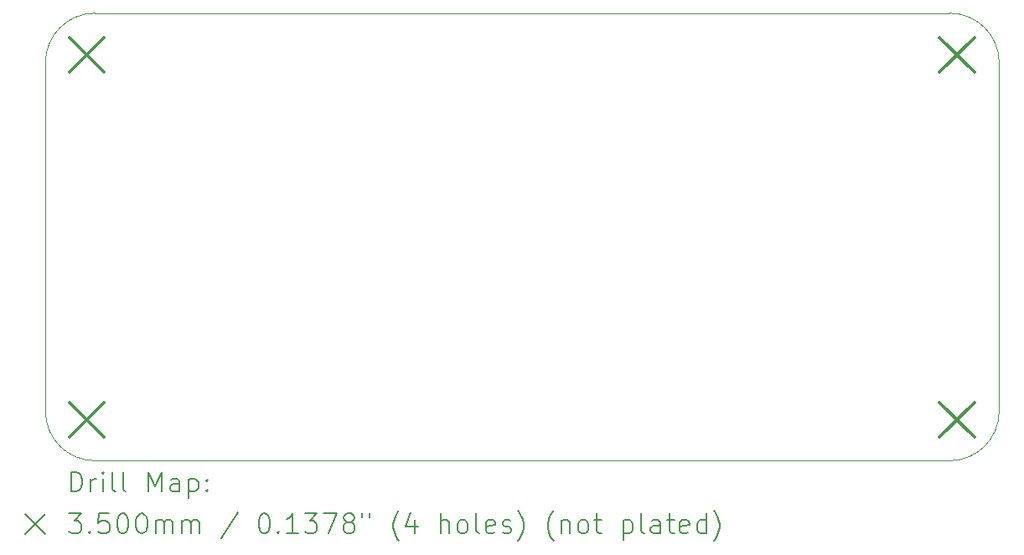
<source format=gbr>
%TF.GenerationSoftware,KiCad,Pcbnew,8.0.4*%
%TF.CreationDate,2024-08-08T16:53:42-05:00*%
%TF.ProjectId,GP2040-RE,47503230-3430-42d5-9245-2e6b69636164,rev?*%
%TF.SameCoordinates,Original*%
%TF.FileFunction,Drillmap*%
%TF.FilePolarity,Positive*%
%FSLAX45Y45*%
G04 Gerber Fmt 4.5, Leading zero omitted, Abs format (unit mm)*
G04 Created by KiCad (PCBNEW 8.0.4) date 2024-08-08 16:53:42*
%MOMM*%
%LPD*%
G01*
G04 APERTURE LIST*
%ADD10C,0.050000*%
%ADD11C,0.200000*%
%ADD12C,0.350000*%
G04 APERTURE END LIST*
D10*
X24379300Y-5080000D02*
G75*
G02*
X24879300Y-5580000I0J-500000D01*
G01*
X24879300Y-9106280D02*
G75*
G02*
X24379300Y-9606280I-500000J0D01*
G01*
X15242540Y-5580000D02*
G75*
G02*
X15742540Y-5080000I500000J0D01*
G01*
X15742540Y-9606280D02*
G75*
G02*
X15242540Y-9106280I0J500000D01*
G01*
X15742540Y-5080000D02*
X24379300Y-5080000D01*
X24379300Y-9606280D02*
X15742540Y-9606280D01*
X24879300Y-5580000D02*
X24879300Y-9106280D01*
X15242540Y-9106280D02*
X15242540Y-5580000D01*
D11*
D12*
X15482600Y-5324260D02*
X15832600Y-5674260D01*
X15832600Y-5324260D02*
X15482600Y-5674260D01*
X15482600Y-9019060D02*
X15832600Y-9369060D01*
X15832600Y-9019060D02*
X15482600Y-9369060D01*
X24278800Y-5324260D02*
X24628800Y-5674260D01*
X24628800Y-5324260D02*
X24278800Y-5674260D01*
X24278800Y-9019060D02*
X24628800Y-9369060D01*
X24628800Y-9019060D02*
X24278800Y-9369060D01*
D11*
X15500817Y-9920264D02*
X15500817Y-9720264D01*
X15500817Y-9720264D02*
X15548436Y-9720264D01*
X15548436Y-9720264D02*
X15577007Y-9729788D01*
X15577007Y-9729788D02*
X15596055Y-9748835D01*
X15596055Y-9748835D02*
X15605579Y-9767883D01*
X15605579Y-9767883D02*
X15615102Y-9805978D01*
X15615102Y-9805978D02*
X15615102Y-9834550D01*
X15615102Y-9834550D02*
X15605579Y-9872645D01*
X15605579Y-9872645D02*
X15596055Y-9891692D01*
X15596055Y-9891692D02*
X15577007Y-9910740D01*
X15577007Y-9910740D02*
X15548436Y-9920264D01*
X15548436Y-9920264D02*
X15500817Y-9920264D01*
X15700817Y-9920264D02*
X15700817Y-9786930D01*
X15700817Y-9825026D02*
X15710341Y-9805978D01*
X15710341Y-9805978D02*
X15719864Y-9796454D01*
X15719864Y-9796454D02*
X15738912Y-9786930D01*
X15738912Y-9786930D02*
X15757960Y-9786930D01*
X15824626Y-9920264D02*
X15824626Y-9786930D01*
X15824626Y-9720264D02*
X15815102Y-9729788D01*
X15815102Y-9729788D02*
X15824626Y-9739311D01*
X15824626Y-9739311D02*
X15834150Y-9729788D01*
X15834150Y-9729788D02*
X15824626Y-9720264D01*
X15824626Y-9720264D02*
X15824626Y-9739311D01*
X15948436Y-9920264D02*
X15929388Y-9910740D01*
X15929388Y-9910740D02*
X15919864Y-9891692D01*
X15919864Y-9891692D02*
X15919864Y-9720264D01*
X16053198Y-9920264D02*
X16034150Y-9910740D01*
X16034150Y-9910740D02*
X16024626Y-9891692D01*
X16024626Y-9891692D02*
X16024626Y-9720264D01*
X16281769Y-9920264D02*
X16281769Y-9720264D01*
X16281769Y-9720264D02*
X16348436Y-9863121D01*
X16348436Y-9863121D02*
X16415102Y-9720264D01*
X16415102Y-9720264D02*
X16415102Y-9920264D01*
X16596055Y-9920264D02*
X16596055Y-9815502D01*
X16596055Y-9815502D02*
X16586531Y-9796454D01*
X16586531Y-9796454D02*
X16567483Y-9786930D01*
X16567483Y-9786930D02*
X16529388Y-9786930D01*
X16529388Y-9786930D02*
X16510341Y-9796454D01*
X16596055Y-9910740D02*
X16577007Y-9920264D01*
X16577007Y-9920264D02*
X16529388Y-9920264D01*
X16529388Y-9920264D02*
X16510341Y-9910740D01*
X16510341Y-9910740D02*
X16500817Y-9891692D01*
X16500817Y-9891692D02*
X16500817Y-9872645D01*
X16500817Y-9872645D02*
X16510341Y-9853597D01*
X16510341Y-9853597D02*
X16529388Y-9844073D01*
X16529388Y-9844073D02*
X16577007Y-9844073D01*
X16577007Y-9844073D02*
X16596055Y-9834550D01*
X16691293Y-9786930D02*
X16691293Y-9986930D01*
X16691293Y-9796454D02*
X16710341Y-9786930D01*
X16710341Y-9786930D02*
X16748436Y-9786930D01*
X16748436Y-9786930D02*
X16767483Y-9796454D01*
X16767483Y-9796454D02*
X16777007Y-9805978D01*
X16777007Y-9805978D02*
X16786531Y-9825026D01*
X16786531Y-9825026D02*
X16786531Y-9882169D01*
X16786531Y-9882169D02*
X16777007Y-9901216D01*
X16777007Y-9901216D02*
X16767483Y-9910740D01*
X16767483Y-9910740D02*
X16748436Y-9920264D01*
X16748436Y-9920264D02*
X16710341Y-9920264D01*
X16710341Y-9920264D02*
X16691293Y-9910740D01*
X16872245Y-9901216D02*
X16881769Y-9910740D01*
X16881769Y-9910740D02*
X16872245Y-9920264D01*
X16872245Y-9920264D02*
X16862722Y-9910740D01*
X16862722Y-9910740D02*
X16872245Y-9901216D01*
X16872245Y-9901216D02*
X16872245Y-9920264D01*
X16872245Y-9796454D02*
X16881769Y-9805978D01*
X16881769Y-9805978D02*
X16872245Y-9815502D01*
X16872245Y-9815502D02*
X16862722Y-9805978D01*
X16862722Y-9805978D02*
X16872245Y-9796454D01*
X16872245Y-9796454D02*
X16872245Y-9815502D01*
X15040040Y-10148780D02*
X15240040Y-10348780D01*
X15240040Y-10148780D02*
X15040040Y-10348780D01*
X15481769Y-10140264D02*
X15605579Y-10140264D01*
X15605579Y-10140264D02*
X15538912Y-10216454D01*
X15538912Y-10216454D02*
X15567483Y-10216454D01*
X15567483Y-10216454D02*
X15586531Y-10225978D01*
X15586531Y-10225978D02*
X15596055Y-10235502D01*
X15596055Y-10235502D02*
X15605579Y-10254550D01*
X15605579Y-10254550D02*
X15605579Y-10302169D01*
X15605579Y-10302169D02*
X15596055Y-10321216D01*
X15596055Y-10321216D02*
X15586531Y-10330740D01*
X15586531Y-10330740D02*
X15567483Y-10340264D01*
X15567483Y-10340264D02*
X15510341Y-10340264D01*
X15510341Y-10340264D02*
X15491293Y-10330740D01*
X15491293Y-10330740D02*
X15481769Y-10321216D01*
X15691293Y-10321216D02*
X15700817Y-10330740D01*
X15700817Y-10330740D02*
X15691293Y-10340264D01*
X15691293Y-10340264D02*
X15681769Y-10330740D01*
X15681769Y-10330740D02*
X15691293Y-10321216D01*
X15691293Y-10321216D02*
X15691293Y-10340264D01*
X15881769Y-10140264D02*
X15786531Y-10140264D01*
X15786531Y-10140264D02*
X15777007Y-10235502D01*
X15777007Y-10235502D02*
X15786531Y-10225978D01*
X15786531Y-10225978D02*
X15805579Y-10216454D01*
X15805579Y-10216454D02*
X15853198Y-10216454D01*
X15853198Y-10216454D02*
X15872245Y-10225978D01*
X15872245Y-10225978D02*
X15881769Y-10235502D01*
X15881769Y-10235502D02*
X15891293Y-10254550D01*
X15891293Y-10254550D02*
X15891293Y-10302169D01*
X15891293Y-10302169D02*
X15881769Y-10321216D01*
X15881769Y-10321216D02*
X15872245Y-10330740D01*
X15872245Y-10330740D02*
X15853198Y-10340264D01*
X15853198Y-10340264D02*
X15805579Y-10340264D01*
X15805579Y-10340264D02*
X15786531Y-10330740D01*
X15786531Y-10330740D02*
X15777007Y-10321216D01*
X16015102Y-10140264D02*
X16034150Y-10140264D01*
X16034150Y-10140264D02*
X16053198Y-10149788D01*
X16053198Y-10149788D02*
X16062722Y-10159311D01*
X16062722Y-10159311D02*
X16072245Y-10178359D01*
X16072245Y-10178359D02*
X16081769Y-10216454D01*
X16081769Y-10216454D02*
X16081769Y-10264073D01*
X16081769Y-10264073D02*
X16072245Y-10302169D01*
X16072245Y-10302169D02*
X16062722Y-10321216D01*
X16062722Y-10321216D02*
X16053198Y-10330740D01*
X16053198Y-10330740D02*
X16034150Y-10340264D01*
X16034150Y-10340264D02*
X16015102Y-10340264D01*
X16015102Y-10340264D02*
X15996055Y-10330740D01*
X15996055Y-10330740D02*
X15986531Y-10321216D01*
X15986531Y-10321216D02*
X15977007Y-10302169D01*
X15977007Y-10302169D02*
X15967483Y-10264073D01*
X15967483Y-10264073D02*
X15967483Y-10216454D01*
X15967483Y-10216454D02*
X15977007Y-10178359D01*
X15977007Y-10178359D02*
X15986531Y-10159311D01*
X15986531Y-10159311D02*
X15996055Y-10149788D01*
X15996055Y-10149788D02*
X16015102Y-10140264D01*
X16205579Y-10140264D02*
X16224626Y-10140264D01*
X16224626Y-10140264D02*
X16243674Y-10149788D01*
X16243674Y-10149788D02*
X16253198Y-10159311D01*
X16253198Y-10159311D02*
X16262722Y-10178359D01*
X16262722Y-10178359D02*
X16272245Y-10216454D01*
X16272245Y-10216454D02*
X16272245Y-10264073D01*
X16272245Y-10264073D02*
X16262722Y-10302169D01*
X16262722Y-10302169D02*
X16253198Y-10321216D01*
X16253198Y-10321216D02*
X16243674Y-10330740D01*
X16243674Y-10330740D02*
X16224626Y-10340264D01*
X16224626Y-10340264D02*
X16205579Y-10340264D01*
X16205579Y-10340264D02*
X16186531Y-10330740D01*
X16186531Y-10330740D02*
X16177007Y-10321216D01*
X16177007Y-10321216D02*
X16167483Y-10302169D01*
X16167483Y-10302169D02*
X16157960Y-10264073D01*
X16157960Y-10264073D02*
X16157960Y-10216454D01*
X16157960Y-10216454D02*
X16167483Y-10178359D01*
X16167483Y-10178359D02*
X16177007Y-10159311D01*
X16177007Y-10159311D02*
X16186531Y-10149788D01*
X16186531Y-10149788D02*
X16205579Y-10140264D01*
X16357960Y-10340264D02*
X16357960Y-10206930D01*
X16357960Y-10225978D02*
X16367483Y-10216454D01*
X16367483Y-10216454D02*
X16386531Y-10206930D01*
X16386531Y-10206930D02*
X16415103Y-10206930D01*
X16415103Y-10206930D02*
X16434150Y-10216454D01*
X16434150Y-10216454D02*
X16443674Y-10235502D01*
X16443674Y-10235502D02*
X16443674Y-10340264D01*
X16443674Y-10235502D02*
X16453198Y-10216454D01*
X16453198Y-10216454D02*
X16472245Y-10206930D01*
X16472245Y-10206930D02*
X16500817Y-10206930D01*
X16500817Y-10206930D02*
X16519864Y-10216454D01*
X16519864Y-10216454D02*
X16529388Y-10235502D01*
X16529388Y-10235502D02*
X16529388Y-10340264D01*
X16624626Y-10340264D02*
X16624626Y-10206930D01*
X16624626Y-10225978D02*
X16634150Y-10216454D01*
X16634150Y-10216454D02*
X16653198Y-10206930D01*
X16653198Y-10206930D02*
X16681769Y-10206930D01*
X16681769Y-10206930D02*
X16700817Y-10216454D01*
X16700817Y-10216454D02*
X16710341Y-10235502D01*
X16710341Y-10235502D02*
X16710341Y-10340264D01*
X16710341Y-10235502D02*
X16719864Y-10216454D01*
X16719864Y-10216454D02*
X16738912Y-10206930D01*
X16738912Y-10206930D02*
X16767483Y-10206930D01*
X16767483Y-10206930D02*
X16786531Y-10216454D01*
X16786531Y-10216454D02*
X16796055Y-10235502D01*
X16796055Y-10235502D02*
X16796055Y-10340264D01*
X17186531Y-10130740D02*
X17015103Y-10387883D01*
X17443674Y-10140264D02*
X17462722Y-10140264D01*
X17462722Y-10140264D02*
X17481769Y-10149788D01*
X17481769Y-10149788D02*
X17491293Y-10159311D01*
X17491293Y-10159311D02*
X17500817Y-10178359D01*
X17500817Y-10178359D02*
X17510341Y-10216454D01*
X17510341Y-10216454D02*
X17510341Y-10264073D01*
X17510341Y-10264073D02*
X17500817Y-10302169D01*
X17500817Y-10302169D02*
X17491293Y-10321216D01*
X17491293Y-10321216D02*
X17481769Y-10330740D01*
X17481769Y-10330740D02*
X17462722Y-10340264D01*
X17462722Y-10340264D02*
X17443674Y-10340264D01*
X17443674Y-10340264D02*
X17424627Y-10330740D01*
X17424627Y-10330740D02*
X17415103Y-10321216D01*
X17415103Y-10321216D02*
X17405579Y-10302169D01*
X17405579Y-10302169D02*
X17396055Y-10264073D01*
X17396055Y-10264073D02*
X17396055Y-10216454D01*
X17396055Y-10216454D02*
X17405579Y-10178359D01*
X17405579Y-10178359D02*
X17415103Y-10159311D01*
X17415103Y-10159311D02*
X17424627Y-10149788D01*
X17424627Y-10149788D02*
X17443674Y-10140264D01*
X17596055Y-10321216D02*
X17605579Y-10330740D01*
X17605579Y-10330740D02*
X17596055Y-10340264D01*
X17596055Y-10340264D02*
X17586531Y-10330740D01*
X17586531Y-10330740D02*
X17596055Y-10321216D01*
X17596055Y-10321216D02*
X17596055Y-10340264D01*
X17796055Y-10340264D02*
X17681769Y-10340264D01*
X17738912Y-10340264D02*
X17738912Y-10140264D01*
X17738912Y-10140264D02*
X17719865Y-10168835D01*
X17719865Y-10168835D02*
X17700817Y-10187883D01*
X17700817Y-10187883D02*
X17681769Y-10197407D01*
X17862722Y-10140264D02*
X17986531Y-10140264D01*
X17986531Y-10140264D02*
X17919865Y-10216454D01*
X17919865Y-10216454D02*
X17948436Y-10216454D01*
X17948436Y-10216454D02*
X17967484Y-10225978D01*
X17967484Y-10225978D02*
X17977008Y-10235502D01*
X17977008Y-10235502D02*
X17986531Y-10254550D01*
X17986531Y-10254550D02*
X17986531Y-10302169D01*
X17986531Y-10302169D02*
X17977008Y-10321216D01*
X17977008Y-10321216D02*
X17967484Y-10330740D01*
X17967484Y-10330740D02*
X17948436Y-10340264D01*
X17948436Y-10340264D02*
X17891293Y-10340264D01*
X17891293Y-10340264D02*
X17872246Y-10330740D01*
X17872246Y-10330740D02*
X17862722Y-10321216D01*
X18053198Y-10140264D02*
X18186531Y-10140264D01*
X18186531Y-10140264D02*
X18100817Y-10340264D01*
X18291293Y-10225978D02*
X18272246Y-10216454D01*
X18272246Y-10216454D02*
X18262722Y-10206930D01*
X18262722Y-10206930D02*
X18253198Y-10187883D01*
X18253198Y-10187883D02*
X18253198Y-10178359D01*
X18253198Y-10178359D02*
X18262722Y-10159311D01*
X18262722Y-10159311D02*
X18272246Y-10149788D01*
X18272246Y-10149788D02*
X18291293Y-10140264D01*
X18291293Y-10140264D02*
X18329389Y-10140264D01*
X18329389Y-10140264D02*
X18348436Y-10149788D01*
X18348436Y-10149788D02*
X18357960Y-10159311D01*
X18357960Y-10159311D02*
X18367484Y-10178359D01*
X18367484Y-10178359D02*
X18367484Y-10187883D01*
X18367484Y-10187883D02*
X18357960Y-10206930D01*
X18357960Y-10206930D02*
X18348436Y-10216454D01*
X18348436Y-10216454D02*
X18329389Y-10225978D01*
X18329389Y-10225978D02*
X18291293Y-10225978D01*
X18291293Y-10225978D02*
X18272246Y-10235502D01*
X18272246Y-10235502D02*
X18262722Y-10245026D01*
X18262722Y-10245026D02*
X18253198Y-10264073D01*
X18253198Y-10264073D02*
X18253198Y-10302169D01*
X18253198Y-10302169D02*
X18262722Y-10321216D01*
X18262722Y-10321216D02*
X18272246Y-10330740D01*
X18272246Y-10330740D02*
X18291293Y-10340264D01*
X18291293Y-10340264D02*
X18329389Y-10340264D01*
X18329389Y-10340264D02*
X18348436Y-10330740D01*
X18348436Y-10330740D02*
X18357960Y-10321216D01*
X18357960Y-10321216D02*
X18367484Y-10302169D01*
X18367484Y-10302169D02*
X18367484Y-10264073D01*
X18367484Y-10264073D02*
X18357960Y-10245026D01*
X18357960Y-10245026D02*
X18348436Y-10235502D01*
X18348436Y-10235502D02*
X18329389Y-10225978D01*
X18443674Y-10140264D02*
X18443674Y-10178359D01*
X18519865Y-10140264D02*
X18519865Y-10178359D01*
X18815103Y-10416454D02*
X18805579Y-10406930D01*
X18805579Y-10406930D02*
X18786531Y-10378359D01*
X18786531Y-10378359D02*
X18777008Y-10359311D01*
X18777008Y-10359311D02*
X18767484Y-10330740D01*
X18767484Y-10330740D02*
X18757960Y-10283121D01*
X18757960Y-10283121D02*
X18757960Y-10245026D01*
X18757960Y-10245026D02*
X18767484Y-10197407D01*
X18767484Y-10197407D02*
X18777008Y-10168835D01*
X18777008Y-10168835D02*
X18786531Y-10149788D01*
X18786531Y-10149788D02*
X18805579Y-10121216D01*
X18805579Y-10121216D02*
X18815103Y-10111692D01*
X18977008Y-10206930D02*
X18977008Y-10340264D01*
X18929389Y-10130740D02*
X18881770Y-10273597D01*
X18881770Y-10273597D02*
X19005579Y-10273597D01*
X19234151Y-10340264D02*
X19234151Y-10140264D01*
X19319865Y-10340264D02*
X19319865Y-10235502D01*
X19319865Y-10235502D02*
X19310341Y-10216454D01*
X19310341Y-10216454D02*
X19291293Y-10206930D01*
X19291293Y-10206930D02*
X19262722Y-10206930D01*
X19262722Y-10206930D02*
X19243674Y-10216454D01*
X19243674Y-10216454D02*
X19234151Y-10225978D01*
X19443674Y-10340264D02*
X19424627Y-10330740D01*
X19424627Y-10330740D02*
X19415103Y-10321216D01*
X19415103Y-10321216D02*
X19405579Y-10302169D01*
X19405579Y-10302169D02*
X19405579Y-10245026D01*
X19405579Y-10245026D02*
X19415103Y-10225978D01*
X19415103Y-10225978D02*
X19424627Y-10216454D01*
X19424627Y-10216454D02*
X19443674Y-10206930D01*
X19443674Y-10206930D02*
X19472246Y-10206930D01*
X19472246Y-10206930D02*
X19491293Y-10216454D01*
X19491293Y-10216454D02*
X19500817Y-10225978D01*
X19500817Y-10225978D02*
X19510341Y-10245026D01*
X19510341Y-10245026D02*
X19510341Y-10302169D01*
X19510341Y-10302169D02*
X19500817Y-10321216D01*
X19500817Y-10321216D02*
X19491293Y-10330740D01*
X19491293Y-10330740D02*
X19472246Y-10340264D01*
X19472246Y-10340264D02*
X19443674Y-10340264D01*
X19624627Y-10340264D02*
X19605579Y-10330740D01*
X19605579Y-10330740D02*
X19596055Y-10311692D01*
X19596055Y-10311692D02*
X19596055Y-10140264D01*
X19777008Y-10330740D02*
X19757960Y-10340264D01*
X19757960Y-10340264D02*
X19719865Y-10340264D01*
X19719865Y-10340264D02*
X19700817Y-10330740D01*
X19700817Y-10330740D02*
X19691293Y-10311692D01*
X19691293Y-10311692D02*
X19691293Y-10235502D01*
X19691293Y-10235502D02*
X19700817Y-10216454D01*
X19700817Y-10216454D02*
X19719865Y-10206930D01*
X19719865Y-10206930D02*
X19757960Y-10206930D01*
X19757960Y-10206930D02*
X19777008Y-10216454D01*
X19777008Y-10216454D02*
X19786532Y-10235502D01*
X19786532Y-10235502D02*
X19786532Y-10254550D01*
X19786532Y-10254550D02*
X19691293Y-10273597D01*
X19862722Y-10330740D02*
X19881770Y-10340264D01*
X19881770Y-10340264D02*
X19919865Y-10340264D01*
X19919865Y-10340264D02*
X19938913Y-10330740D01*
X19938913Y-10330740D02*
X19948436Y-10311692D01*
X19948436Y-10311692D02*
X19948436Y-10302169D01*
X19948436Y-10302169D02*
X19938913Y-10283121D01*
X19938913Y-10283121D02*
X19919865Y-10273597D01*
X19919865Y-10273597D02*
X19891293Y-10273597D01*
X19891293Y-10273597D02*
X19872246Y-10264073D01*
X19872246Y-10264073D02*
X19862722Y-10245026D01*
X19862722Y-10245026D02*
X19862722Y-10235502D01*
X19862722Y-10235502D02*
X19872246Y-10216454D01*
X19872246Y-10216454D02*
X19891293Y-10206930D01*
X19891293Y-10206930D02*
X19919865Y-10206930D01*
X19919865Y-10206930D02*
X19938913Y-10216454D01*
X20015103Y-10416454D02*
X20024627Y-10406930D01*
X20024627Y-10406930D02*
X20043674Y-10378359D01*
X20043674Y-10378359D02*
X20053198Y-10359311D01*
X20053198Y-10359311D02*
X20062722Y-10330740D01*
X20062722Y-10330740D02*
X20072246Y-10283121D01*
X20072246Y-10283121D02*
X20072246Y-10245026D01*
X20072246Y-10245026D02*
X20062722Y-10197407D01*
X20062722Y-10197407D02*
X20053198Y-10168835D01*
X20053198Y-10168835D02*
X20043674Y-10149788D01*
X20043674Y-10149788D02*
X20024627Y-10121216D01*
X20024627Y-10121216D02*
X20015103Y-10111692D01*
X20377008Y-10416454D02*
X20367484Y-10406930D01*
X20367484Y-10406930D02*
X20348436Y-10378359D01*
X20348436Y-10378359D02*
X20338913Y-10359311D01*
X20338913Y-10359311D02*
X20329389Y-10330740D01*
X20329389Y-10330740D02*
X20319865Y-10283121D01*
X20319865Y-10283121D02*
X20319865Y-10245026D01*
X20319865Y-10245026D02*
X20329389Y-10197407D01*
X20329389Y-10197407D02*
X20338913Y-10168835D01*
X20338913Y-10168835D02*
X20348436Y-10149788D01*
X20348436Y-10149788D02*
X20367484Y-10121216D01*
X20367484Y-10121216D02*
X20377008Y-10111692D01*
X20453198Y-10206930D02*
X20453198Y-10340264D01*
X20453198Y-10225978D02*
X20462722Y-10216454D01*
X20462722Y-10216454D02*
X20481770Y-10206930D01*
X20481770Y-10206930D02*
X20510341Y-10206930D01*
X20510341Y-10206930D02*
X20529389Y-10216454D01*
X20529389Y-10216454D02*
X20538913Y-10235502D01*
X20538913Y-10235502D02*
X20538913Y-10340264D01*
X20662722Y-10340264D02*
X20643674Y-10330740D01*
X20643674Y-10330740D02*
X20634151Y-10321216D01*
X20634151Y-10321216D02*
X20624627Y-10302169D01*
X20624627Y-10302169D02*
X20624627Y-10245026D01*
X20624627Y-10245026D02*
X20634151Y-10225978D01*
X20634151Y-10225978D02*
X20643674Y-10216454D01*
X20643674Y-10216454D02*
X20662722Y-10206930D01*
X20662722Y-10206930D02*
X20691294Y-10206930D01*
X20691294Y-10206930D02*
X20710341Y-10216454D01*
X20710341Y-10216454D02*
X20719865Y-10225978D01*
X20719865Y-10225978D02*
X20729389Y-10245026D01*
X20729389Y-10245026D02*
X20729389Y-10302169D01*
X20729389Y-10302169D02*
X20719865Y-10321216D01*
X20719865Y-10321216D02*
X20710341Y-10330740D01*
X20710341Y-10330740D02*
X20691294Y-10340264D01*
X20691294Y-10340264D02*
X20662722Y-10340264D01*
X20786532Y-10206930D02*
X20862722Y-10206930D01*
X20815103Y-10140264D02*
X20815103Y-10311692D01*
X20815103Y-10311692D02*
X20824627Y-10330740D01*
X20824627Y-10330740D02*
X20843674Y-10340264D01*
X20843674Y-10340264D02*
X20862722Y-10340264D01*
X21081770Y-10206930D02*
X21081770Y-10406930D01*
X21081770Y-10216454D02*
X21100817Y-10206930D01*
X21100817Y-10206930D02*
X21138913Y-10206930D01*
X21138913Y-10206930D02*
X21157960Y-10216454D01*
X21157960Y-10216454D02*
X21167484Y-10225978D01*
X21167484Y-10225978D02*
X21177008Y-10245026D01*
X21177008Y-10245026D02*
X21177008Y-10302169D01*
X21177008Y-10302169D02*
X21167484Y-10321216D01*
X21167484Y-10321216D02*
X21157960Y-10330740D01*
X21157960Y-10330740D02*
X21138913Y-10340264D01*
X21138913Y-10340264D02*
X21100817Y-10340264D01*
X21100817Y-10340264D02*
X21081770Y-10330740D01*
X21291294Y-10340264D02*
X21272246Y-10330740D01*
X21272246Y-10330740D02*
X21262722Y-10311692D01*
X21262722Y-10311692D02*
X21262722Y-10140264D01*
X21453198Y-10340264D02*
X21453198Y-10235502D01*
X21453198Y-10235502D02*
X21443675Y-10216454D01*
X21443675Y-10216454D02*
X21424627Y-10206930D01*
X21424627Y-10206930D02*
X21386532Y-10206930D01*
X21386532Y-10206930D02*
X21367484Y-10216454D01*
X21453198Y-10330740D02*
X21434151Y-10340264D01*
X21434151Y-10340264D02*
X21386532Y-10340264D01*
X21386532Y-10340264D02*
X21367484Y-10330740D01*
X21367484Y-10330740D02*
X21357960Y-10311692D01*
X21357960Y-10311692D02*
X21357960Y-10292645D01*
X21357960Y-10292645D02*
X21367484Y-10273597D01*
X21367484Y-10273597D02*
X21386532Y-10264073D01*
X21386532Y-10264073D02*
X21434151Y-10264073D01*
X21434151Y-10264073D02*
X21453198Y-10254550D01*
X21519865Y-10206930D02*
X21596055Y-10206930D01*
X21548436Y-10140264D02*
X21548436Y-10311692D01*
X21548436Y-10311692D02*
X21557960Y-10330740D01*
X21557960Y-10330740D02*
X21577008Y-10340264D01*
X21577008Y-10340264D02*
X21596055Y-10340264D01*
X21738913Y-10330740D02*
X21719865Y-10340264D01*
X21719865Y-10340264D02*
X21681770Y-10340264D01*
X21681770Y-10340264D02*
X21662722Y-10330740D01*
X21662722Y-10330740D02*
X21653198Y-10311692D01*
X21653198Y-10311692D02*
X21653198Y-10235502D01*
X21653198Y-10235502D02*
X21662722Y-10216454D01*
X21662722Y-10216454D02*
X21681770Y-10206930D01*
X21681770Y-10206930D02*
X21719865Y-10206930D01*
X21719865Y-10206930D02*
X21738913Y-10216454D01*
X21738913Y-10216454D02*
X21748436Y-10235502D01*
X21748436Y-10235502D02*
X21748436Y-10254550D01*
X21748436Y-10254550D02*
X21653198Y-10273597D01*
X21919865Y-10340264D02*
X21919865Y-10140264D01*
X21919865Y-10330740D02*
X21900817Y-10340264D01*
X21900817Y-10340264D02*
X21862722Y-10340264D01*
X21862722Y-10340264D02*
X21843675Y-10330740D01*
X21843675Y-10330740D02*
X21834151Y-10321216D01*
X21834151Y-10321216D02*
X21824627Y-10302169D01*
X21824627Y-10302169D02*
X21824627Y-10245026D01*
X21824627Y-10245026D02*
X21834151Y-10225978D01*
X21834151Y-10225978D02*
X21843675Y-10216454D01*
X21843675Y-10216454D02*
X21862722Y-10206930D01*
X21862722Y-10206930D02*
X21900817Y-10206930D01*
X21900817Y-10206930D02*
X21919865Y-10216454D01*
X21996056Y-10416454D02*
X22005579Y-10406930D01*
X22005579Y-10406930D02*
X22024627Y-10378359D01*
X22024627Y-10378359D02*
X22034151Y-10359311D01*
X22034151Y-10359311D02*
X22043675Y-10330740D01*
X22043675Y-10330740D02*
X22053198Y-10283121D01*
X22053198Y-10283121D02*
X22053198Y-10245026D01*
X22053198Y-10245026D02*
X22043675Y-10197407D01*
X22043675Y-10197407D02*
X22034151Y-10168835D01*
X22034151Y-10168835D02*
X22024627Y-10149788D01*
X22024627Y-10149788D02*
X22005579Y-10121216D01*
X22005579Y-10121216D02*
X21996056Y-10111692D01*
M02*

</source>
